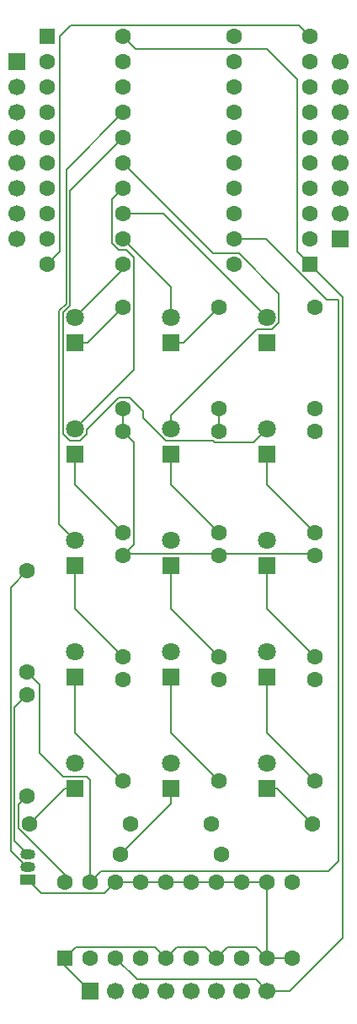
<source format=gbr>
%TF.GenerationSoftware,KiCad,Pcbnew,9.0.4-1.fc42*%
%TF.CreationDate,2025-09-21T18:40:38-04:00*%
%TF.ProjectId,DummyHat,44756d6d-7948-4617-942e-6b696361645f,rev?*%
%TF.SameCoordinates,Original*%
%TF.FileFunction,Copper,L2,Bot*%
%TF.FilePolarity,Positive*%
%FSLAX46Y46*%
G04 Gerber Fmt 4.6, Leading zero omitted, Abs format (unit mm)*
G04 Created by KiCad (PCBNEW 9.0.4-1.fc42) date 2025-09-21 18:40:38*
%MOMM*%
%LPD*%
G01*
G04 APERTURE LIST*
G04 Aperture macros list*
%AMRoundRect*
0 Rectangle with rounded corners*
0 $1 Rounding radius*
0 $2 $3 $4 $5 $6 $7 $8 $9 X,Y pos of 4 corners*
0 Add a 4 corners polygon primitive as box body*
4,1,4,$2,$3,$4,$5,$6,$7,$8,$9,$2,$3,0*
0 Add four circle primitives for the rounded corners*
1,1,$1+$1,$2,$3*
1,1,$1+$1,$4,$5*
1,1,$1+$1,$6,$7*
1,1,$1+$1,$8,$9*
0 Add four rect primitives between the rounded corners*
20,1,$1+$1,$2,$3,$4,$5,0*
20,1,$1+$1,$4,$5,$6,$7,0*
20,1,$1+$1,$6,$7,$8,$9,0*
20,1,$1+$1,$8,$9,$2,$3,0*%
G04 Aperture macros list end*
%TA.AperFunction,ComponentPad*%
%ADD10C,1.600000*%
%TD*%
%TA.AperFunction,ComponentPad*%
%ADD11R,1.800000X1.800000*%
%TD*%
%TA.AperFunction,ComponentPad*%
%ADD12C,1.800000*%
%TD*%
%TA.AperFunction,ComponentPad*%
%ADD13R,1.500000X1.050000*%
%TD*%
%TA.AperFunction,ComponentPad*%
%ADD14O,1.500000X1.050000*%
%TD*%
%TA.AperFunction,ComponentPad*%
%ADD15R,1.700000X1.700000*%
%TD*%
%TA.AperFunction,ComponentPad*%
%ADD16C,1.700000*%
%TD*%
%TA.AperFunction,ComponentPad*%
%ADD17RoundRect,0.250000X0.550000X0.550000X-0.550000X0.550000X-0.550000X-0.550000X0.550000X-0.550000X0*%
%TD*%
%TA.AperFunction,ComponentPad*%
%ADD18RoundRect,0.250000X-0.550000X-0.550000X0.550000X-0.550000X0.550000X0.550000X-0.550000X0.550000X0*%
%TD*%
%TA.AperFunction,ComponentPad*%
%ADD19RoundRect,0.250000X0.550000X-0.550000X0.550000X0.550000X-0.550000X0.550000X-0.550000X-0.550000X0*%
%TD*%
%TA.AperFunction,Conductor*%
%ADD20C,0.200000*%
%TD*%
G04 APERTURE END LIST*
D10*
%TO.P,R11,1*%
%TO.N,Net-(D11-K)*%
X73914000Y-129540000D03*
%TO.P,R11,2*%
%TO.N,GND*%
X73914000Y-119380000D03*
%TD*%
D11*
%TO.P,D7,1,K*%
%TO.N,Net-(D7-K)*%
X78740000Y-96774000D03*
D12*
%TO.P,D7,2,A*%
%TO.N,D2*%
X78740000Y-94234000D03*
%TD*%
D13*
%TO.P,Q1,1,E*%
%TO.N,GND*%
X54716000Y-139446000D03*
D14*
%TO.P,Q1,2,B*%
%TO.N,Net-(Q1-B)*%
X54716000Y-138176000D03*
%TO.P,Q1,3,C*%
%TO.N,RESP*%
X54716000Y-136906000D03*
%TD*%
D11*
%TO.P,D6,1,K*%
%TO.N,Net-(D6-K)*%
X59436000Y-107955000D03*
D12*
%TO.P,D6,2,A*%
%TO.N,D1*%
X59436000Y-105415000D03*
%TD*%
D10*
%TO.P,R10,1*%
%TO.N,Net-(D10-K)*%
X64262000Y-129540000D03*
%TO.P,R10,2*%
%TO.N,GND*%
X64262000Y-119380000D03*
%TD*%
%TO.P,R6,1*%
%TO.N,Net-(D2-K)*%
X73914000Y-82042000D03*
%TO.P,R6,2*%
%TO.N,GND*%
X73914000Y-92202000D03*
%TD*%
D15*
%TO.P,J3,1,Pin_1*%
%TO.N,Net-(J3-Pin_1)*%
X86106000Y-75184000D03*
D16*
%TO.P,J3,2,Pin_2*%
%TO.N,Net-(J3-Pin_2)*%
X86106000Y-72644000D03*
%TO.P,J3,3,Pin_3*%
%TO.N,Net-(J3-Pin_3)*%
X86106000Y-70104000D03*
%TO.P,J3,4,Pin_4*%
%TO.N,Net-(J3-Pin_4)*%
X86106000Y-67564000D03*
%TO.P,J3,5,Pin_5*%
%TO.N,Net-(J3-Pin_5)*%
X86106000Y-65024000D03*
%TO.P,J3,6,Pin_6*%
%TO.N,Net-(J3-Pin_6)*%
X86106000Y-62484000D03*
%TO.P,J3,7,Pin_7*%
%TO.N,Net-(J3-Pin_7)*%
X86106000Y-59944000D03*
%TO.P,J3,8,Pin_8*%
%TO.N,Net-(J3-Pin_8)*%
X86106000Y-57404000D03*
%TD*%
D10*
%TO.P,R1,1*%
%TO.N,+5V*%
X54610000Y-131064000D03*
%TO.P,R1,2*%
%TO.N,RESP*%
X54610000Y-120904000D03*
%TD*%
D11*
%TO.P,D3,1,K*%
%TO.N,Net-(D3-K)*%
X59436000Y-85598000D03*
D12*
%TO.P,D3,2,A*%
%TO.N,D7*%
X59436000Y-83058000D03*
%TD*%
D10*
%TO.P,R14,1*%
%TO.N,Net-(D14-K)*%
X64008000Y-136906000D03*
%TO.P,R14,2*%
%TO.N,GND*%
X74168000Y-136906000D03*
%TD*%
%TO.P,R7,1*%
%TO.N,Net-(D3-K)*%
X64262000Y-82042000D03*
%TO.P,R7,2*%
%TO.N,GND*%
X64262000Y-92202000D03*
%TD*%
D11*
%TO.P,D5,1,K*%
%TO.N,Net-(D5-K)*%
X78740000Y-107955000D03*
D12*
%TO.P,D5,2,A*%
%TO.N,D9*%
X78740000Y-105415000D03*
%TD*%
D17*
%TO.P,U3,1,A->B*%
%TO.N,+5V*%
X83058000Y-77724000D03*
D10*
%TO.P,U3,2,A0*%
%TO.N,Net-(J3-Pin_1)*%
X83058000Y-75184000D03*
%TO.P,U3,3,A1*%
%TO.N,Net-(J3-Pin_2)*%
X83058000Y-72644000D03*
%TO.P,U3,4,A2*%
%TO.N,Net-(J3-Pin_3)*%
X83058000Y-70104000D03*
%TO.P,U3,5,A3*%
%TO.N,Net-(J3-Pin_4)*%
X83058000Y-67564000D03*
%TO.P,U3,6,A4*%
%TO.N,Net-(J3-Pin_5)*%
X83058000Y-65024000D03*
%TO.P,U3,7,A5*%
%TO.N,Net-(J3-Pin_6)*%
X83058000Y-62484000D03*
%TO.P,U3,8,A6*%
%TO.N,Net-(J3-Pin_7)*%
X83058000Y-59944000D03*
%TO.P,U3,9,A7*%
%TO.N,Net-(J3-Pin_8)*%
X83058000Y-57404000D03*
%TO.P,U3,10,GND*%
%TO.N,GND*%
X83058000Y-54864000D03*
%TO.P,U3,11,B7*%
%TO.N,D15*%
X75438000Y-54864000D03*
%TO.P,U3,12,B6*%
%TO.N,D14*%
X75438000Y-57404000D03*
%TO.P,U3,13,B5*%
%TO.N,D13*%
X75438000Y-59944000D03*
%TO.P,U3,14,B4*%
%TO.N,D12*%
X75438000Y-62484000D03*
%TO.P,U3,15,B3*%
%TO.N,D11*%
X75438000Y-65024000D03*
%TO.P,U3,16,B2*%
%TO.N,D10*%
X75438000Y-67564000D03*
%TO.P,U3,17,B1*%
%TO.N,D9*%
X75438000Y-70104000D03*
%TO.P,U3,18,B0*%
%TO.N,D8*%
X75438000Y-72644000D03*
%TO.P,U3,19,CE*%
%TO.N,Net-(U1-P=R)*%
X75438000Y-75184000D03*
%TO.P,U3,20,VCC*%
%TO.N,+5V*%
X75438000Y-77724000D03*
%TD*%
%TO.P,R15,1*%
%TO.N,Net-(D15-K)*%
X83312000Y-133858000D03*
%TO.P,R15,2*%
%TO.N,GND*%
X73152000Y-133858000D03*
%TD*%
%TO.P,R9,1*%
%TO.N,Net-(D5-K)*%
X83566000Y-117094000D03*
%TO.P,R9,2*%
%TO.N,GND*%
X83566000Y-106934000D03*
%TD*%
%TO.P,R3,1*%
%TO.N,Net-(D8-K)*%
X73914000Y-104648000D03*
%TO.P,R3,2*%
%TO.N,GND*%
X73914000Y-94488000D03*
%TD*%
D11*
%TO.P,D8,1,K*%
%TO.N,Net-(D8-K)*%
X69088000Y-96774000D03*
D12*
%TO.P,D8,2,A*%
%TO.N,D3*%
X69088000Y-94234000D03*
%TD*%
D10*
%TO.P,R16,1*%
%TO.N,Net-(D6-K)*%
X64262000Y-117094000D03*
%TO.P,R16,2*%
%TO.N,GND*%
X64262000Y-106934000D03*
%TD*%
%TO.P,R4,1*%
%TO.N,Net-(D9-K)*%
X64262000Y-104653000D03*
%TO.P,R4,2*%
%TO.N,GND*%
X64262000Y-94493000D03*
%TD*%
%TO.P,R2,1*%
%TO.N,Net-(U1-P=R)*%
X54610000Y-118618000D03*
%TO.P,R2,2*%
%TO.N,Net-(Q1-B)*%
X54610000Y-108458000D03*
%TD*%
D11*
%TO.P,D10,1,K*%
%TO.N,Net-(D10-K)*%
X59436000Y-119126000D03*
D12*
%TO.P,D10,2,A*%
%TO.N,D10*%
X59436000Y-116586000D03*
%TD*%
D10*
%TO.P,R12,1*%
%TO.N,Net-(D12-K)*%
X83566000Y-129540000D03*
%TO.P,R12,2*%
%TO.N,GND*%
X83566000Y-119380000D03*
%TD*%
D11*
%TO.P,D12,1,K*%
%TO.N,Net-(D12-K)*%
X78740000Y-119126000D03*
D12*
%TO.P,D12,2,A*%
%TO.N,D12*%
X78740000Y-116586000D03*
%TD*%
D11*
%TO.P,D9,1,K*%
%TO.N,Net-(D9-K)*%
X59436000Y-96779000D03*
D12*
%TO.P,D9,2,A*%
%TO.N,D4*%
X59436000Y-94239000D03*
%TD*%
D10*
%TO.P,R17,1*%
%TO.N,Net-(D7-K)*%
X83566000Y-104648000D03*
%TO.P,R17,2*%
%TO.N,GND*%
X83566000Y-94488000D03*
%TD*%
D11*
%TO.P,D1,1,K*%
%TO.N,Net-(D1-K)*%
X78740000Y-85598000D03*
D12*
%TO.P,D1,2,A*%
%TO.N,D5*%
X78740000Y-83058000D03*
%TD*%
D11*
%TO.P,D11,1,K*%
%TO.N,Net-(D11-K)*%
X69088000Y-119126000D03*
D12*
%TO.P,D11,2,A*%
%TO.N,D11*%
X69088000Y-116586000D03*
%TD*%
D11*
%TO.P,D15,1,K*%
%TO.N,Net-(D15-K)*%
X78740000Y-130307000D03*
D12*
%TO.P,D15,2,A*%
%TO.N,D15*%
X78740000Y-127767000D03*
%TD*%
D11*
%TO.P,D4,1,K*%
%TO.N,Net-(D4-K)*%
X69088000Y-107955000D03*
D12*
%TO.P,D4,2,A*%
%TO.N,D8*%
X69088000Y-105415000D03*
%TD*%
D15*
%TO.P,J2,1,Pin_1*%
%TO.N,Net-(J2-Pin_1)*%
X53594000Y-57404000D03*
D16*
%TO.P,J2,2,Pin_2*%
%TO.N,Net-(J2-Pin_2)*%
X53594000Y-59944000D03*
%TO.P,J2,3,Pin_3*%
%TO.N,Net-(J2-Pin_3)*%
X53594000Y-62484000D03*
%TO.P,J2,4,Pin_4*%
%TO.N,Net-(J2-Pin_4)*%
X53594000Y-65024000D03*
%TO.P,J2,5,Pin_5*%
%TO.N,Net-(J2-Pin_5)*%
X53594000Y-67564000D03*
%TO.P,J2,6,Pin_6*%
%TO.N,Net-(J2-Pin_6)*%
X53594000Y-70104000D03*
%TO.P,J2,7,Pin_7*%
%TO.N,Net-(J2-Pin_7)*%
X53594000Y-72644000D03*
%TO.P,J2,8,Pin_8*%
%TO.N,Net-(J2-Pin_8)*%
X53594000Y-75184000D03*
%TD*%
D11*
%TO.P,D14,1,K*%
%TO.N,Net-(D14-K)*%
X69088000Y-130307000D03*
D12*
%TO.P,D14,2,A*%
%TO.N,D14*%
X69088000Y-127767000D03*
%TD*%
D11*
%TO.P,D2,1,K*%
%TO.N,Net-(D2-K)*%
X69088000Y-85598000D03*
D12*
%TO.P,D2,2,A*%
%TO.N,D6*%
X69088000Y-83058000D03*
%TD*%
D10*
%TO.P,R13,1*%
%TO.N,Net-(D13-K)*%
X54864000Y-133858000D03*
%TO.P,R13,2*%
%TO.N,GND*%
X65024000Y-133858000D03*
%TD*%
D15*
%TO.P,J1,1,Pin_1*%
%TO.N,GND*%
X60956987Y-150618987D03*
D16*
%TO.P,J1,2,Pin_2*%
%TO.N,I0*%
X63496987Y-150618987D03*
%TO.P,J1,3,Pin_3*%
%TO.N,I1*%
X66036987Y-150618987D03*
%TO.P,J1,4,Pin_4*%
%TO.N,I2*%
X68576987Y-150618987D03*
%TO.P,J1,5,Pin_5*%
%TO.N,I3*%
X71116987Y-150618987D03*
%TO.P,J1,6,Pin_6*%
%TO.N,I4*%
X73656987Y-150618987D03*
%TO.P,J1,7,Pin_7*%
%TO.N,RESP*%
X76196987Y-150618987D03*
%TO.P,J1,8,Pin_8*%
%TO.N,+5V*%
X78736987Y-150618987D03*
%TD*%
D10*
%TO.P,R8,1*%
%TO.N,Net-(D4-K)*%
X73914000Y-117094000D03*
%TO.P,R8,2*%
%TO.N,GND*%
X73914000Y-106934000D03*
%TD*%
D11*
%TO.P,D13,1,K*%
%TO.N,Net-(D13-K)*%
X59436000Y-130307000D03*
D12*
%TO.P,D13,2,A*%
%TO.N,D13*%
X59436000Y-127767000D03*
%TD*%
D18*
%TO.P,U2,1,A->B*%
%TO.N,+5V*%
X56642000Y-54864000D03*
D10*
%TO.P,U2,2,A0*%
%TO.N,Net-(J2-Pin_1)*%
X56642000Y-57404000D03*
%TO.P,U2,3,A1*%
%TO.N,Net-(J2-Pin_2)*%
X56642000Y-59944000D03*
%TO.P,U2,4,A2*%
%TO.N,Net-(J2-Pin_3)*%
X56642000Y-62484000D03*
%TO.P,U2,5,A3*%
%TO.N,Net-(J2-Pin_4)*%
X56642000Y-65024000D03*
%TO.P,U2,6,A4*%
%TO.N,Net-(J2-Pin_5)*%
X56642000Y-67564000D03*
%TO.P,U2,7,A5*%
%TO.N,Net-(J2-Pin_6)*%
X56642000Y-70104000D03*
%TO.P,U2,8,A6*%
%TO.N,Net-(J2-Pin_7)*%
X56642000Y-72644000D03*
%TO.P,U2,9,A7*%
%TO.N,Net-(J2-Pin_8)*%
X56642000Y-75184000D03*
%TO.P,U2,10,GND*%
%TO.N,GND*%
X56642000Y-77724000D03*
%TO.P,U2,11,B7*%
%TO.N,D7*%
X64262000Y-77724000D03*
%TO.P,U2,12,B6*%
%TO.N,D6*%
X64262000Y-75184000D03*
%TO.P,U2,13,B5*%
%TO.N,D5*%
X64262000Y-72644000D03*
%TO.P,U2,14,B4*%
%TO.N,D4*%
X64262000Y-70104000D03*
%TO.P,U2,15,B3*%
%TO.N,D3*%
X64262000Y-67564000D03*
%TO.P,U2,16,B2*%
%TO.N,D2*%
X64262000Y-65024000D03*
%TO.P,U2,17,B1*%
%TO.N,D1*%
X64262000Y-62484000D03*
%TO.P,U2,18,B0*%
%TO.N,D0*%
X64262000Y-59944000D03*
%TO.P,U2,19,CE*%
%TO.N,Net-(U1-P=R)*%
X64262000Y-57404000D03*
%TO.P,U2,20,VCC*%
%TO.N,+5V*%
X64262000Y-54864000D03*
%TD*%
%TO.P,R5,1*%
%TO.N,Net-(D1-K)*%
X83566000Y-82042000D03*
%TO.P,R5,2*%
%TO.N,GND*%
X83566000Y-92202000D03*
%TD*%
D19*
%TO.P,U1,1,G*%
%TO.N,GND*%
X58416987Y-147316987D03*
D10*
%TO.P,U1,2,P0*%
%TO.N,I0*%
X60956987Y-147316987D03*
%TO.P,U1,3,R0*%
%TO.N,+5V*%
X63496987Y-147316987D03*
%TO.P,U1,4,P1*%
%TO.N,I1*%
X66036987Y-147316987D03*
%TO.P,U1,5,R1*%
%TO.N,GND*%
X68576987Y-147316987D03*
%TO.P,U1,6,P2*%
%TO.N,I2*%
X71116987Y-147316987D03*
%TO.P,U1,7,R2*%
%TO.N,GND*%
X73656987Y-147316987D03*
%TO.P,U1,8,P3*%
%TO.N,I3*%
X76196987Y-147316987D03*
%TO.P,U1,9,R3*%
%TO.N,GND*%
X78736987Y-147316987D03*
%TO.P,U1,10,GND*%
X81276987Y-147316987D03*
%TO.P,U1,11,P4*%
%TO.N,I4*%
X81276987Y-139696987D03*
%TO.P,U1,12,R4*%
%TO.N,GND*%
X78736987Y-139696987D03*
%TO.P,U1,13,P5*%
X76196987Y-139696987D03*
%TO.P,U1,14,R5*%
X73656987Y-139696987D03*
%TO.P,U1,15,P6*%
X71116987Y-139696987D03*
%TO.P,U1,16,R6*%
X68576987Y-139696987D03*
%TO.P,U1,17,P7*%
X66036987Y-139696987D03*
%TO.P,U1,18,R7*%
X63496987Y-139696987D03*
%TO.P,U1,19,P=R*%
%TO.N,Net-(U1-P=R)*%
X60956987Y-139696987D03*
%TO.P,U1,20,VCC*%
%TO.N,+5V*%
X58416987Y-139696987D03*
%TD*%
D20*
%TO.N,+5V*%
X53763000Y-134314050D02*
X58416987Y-138968037D01*
X78740000Y-56134000D02*
X81788000Y-59182000D01*
X81788000Y-76454000D02*
X83058000Y-77724000D01*
X81029013Y-150618987D02*
X86360000Y-145288000D01*
X83058000Y-77724000D02*
X86360000Y-81026000D01*
X65647987Y-149467987D02*
X63496987Y-147316987D01*
X58416987Y-138968037D02*
X58416987Y-139696987D01*
X86360000Y-81026000D02*
X86360000Y-145288000D01*
X78736987Y-150618987D02*
X77585987Y-149467987D01*
X64262000Y-54864000D02*
X65532000Y-56134000D01*
X81788000Y-59182000D02*
X81788000Y-76454000D01*
X65532000Y-56134000D02*
X78740000Y-56134000D01*
X54610000Y-131064000D02*
X53763000Y-131911000D01*
X53763000Y-131911000D02*
X53763000Y-134314050D01*
X77585987Y-149467987D02*
X65647987Y-149467987D01*
X81026000Y-150618987D02*
X78736987Y-150618987D01*
X81026000Y-150618987D02*
X81029013Y-150618987D01*
%TO.N,Net-(D6-K)*%
X59436000Y-107955000D02*
X59436000Y-112268000D01*
X59436000Y-112268000D02*
X64262000Y-117094000D01*
%TO.N,D1*%
X57834000Y-82394429D02*
X57834000Y-103813000D01*
X58537529Y-68208471D02*
X58537529Y-81690900D01*
X57834000Y-103813000D02*
X59436000Y-105415000D01*
X64262000Y-62484000D02*
X58537529Y-68208471D01*
X58537529Y-81690900D02*
X57834000Y-82394429D01*
%TO.N,Net-(D7-K)*%
X78740000Y-96774000D02*
X78740000Y-99822000D01*
X78740000Y-99822000D02*
X83566000Y-104648000D01*
%TO.N,D2*%
X66294000Y-92456000D02*
X64939000Y-91101000D01*
X68590529Y-95435000D02*
X66294000Y-93138471D01*
X58938529Y-70347471D02*
X58938529Y-81857000D01*
X58235000Y-94736471D02*
X58938529Y-95440000D01*
X60637000Y-94269950D02*
X60637000Y-94736471D01*
X64939000Y-91101000D02*
X63805950Y-91101000D01*
X66294000Y-93138471D02*
X66294000Y-92456000D01*
X73303950Y-95435000D02*
X68590529Y-95435000D01*
X73303950Y-95435000D02*
X73457950Y-95589000D01*
X58235000Y-82560529D02*
X58235000Y-94736471D01*
X58938529Y-81857000D02*
X58235000Y-82560529D01*
X77385000Y-95589000D02*
X78740000Y-94234000D01*
X73457950Y-95589000D02*
X77385000Y-95589000D01*
X60637000Y-94736471D02*
X59933471Y-95440000D01*
X64262000Y-65024000D02*
X58938529Y-70347471D01*
X59933471Y-95440000D02*
X58938529Y-95440000D01*
X63805950Y-91101000D02*
X60637000Y-94269950D01*
%TO.N,Net-(D8-K)*%
X69088000Y-99822000D02*
X73914000Y-104648000D01*
X69088000Y-96774000D02*
X69088000Y-99822000D01*
%TO.N,D3*%
X64262000Y-67564000D02*
X73321000Y-76623000D01*
X75894050Y-76623000D02*
X79941000Y-80669950D01*
X69088000Y-92848000D02*
X69088000Y-94234000D01*
X79237471Y-84259000D02*
X77677000Y-84259000D01*
X73321000Y-76623000D02*
X75894050Y-76623000D01*
X79941000Y-80669950D02*
X79941000Y-83555471D01*
X79941000Y-83555471D02*
X79237471Y-84259000D01*
X77677000Y-84259000D02*
X69088000Y-92848000D01*
%TO.N,Net-(D9-K)*%
X59436000Y-96779000D02*
X59436000Y-99827000D01*
X59436000Y-99827000D02*
X64262000Y-104653000D01*
%TO.N,GND*%
X66036987Y-139696987D02*
X63496987Y-139696987D01*
X64262000Y-94493000D02*
X64262000Y-92202000D01*
X56067987Y-140797987D02*
X62395987Y-140797987D01*
X58416987Y-147316987D02*
X59517987Y-146215987D01*
X78736987Y-147316987D02*
X78736987Y-139696987D01*
X74757987Y-146215987D02*
X77635987Y-146215987D01*
X56642000Y-77724000D02*
X57912000Y-76454000D01*
X54716000Y-139446000D02*
X56067987Y-140797987D01*
X65363000Y-95594000D02*
X65363000Y-105833000D01*
X59013000Y-53763000D02*
X81957000Y-53763000D01*
X64262000Y-94493000D02*
X65363000Y-95594000D01*
X76196987Y-139696987D02*
X73656987Y-139696987D01*
X58416987Y-148078987D02*
X58416987Y-147316987D01*
X81957000Y-53763000D02*
X83058000Y-54864000D01*
X78736987Y-139696987D02*
X76196987Y-139696987D01*
X78736987Y-147316987D02*
X81276987Y-147316987D01*
X73914000Y-106934000D02*
X74094000Y-106754000D01*
X73734000Y-106754000D02*
X64442000Y-106754000D01*
X57912000Y-76454000D02*
X57912000Y-54864000D01*
X69677987Y-146215987D02*
X72555987Y-146215987D01*
X73656987Y-147316987D02*
X74757987Y-146215987D01*
X68576987Y-139696987D02*
X66036987Y-139696987D01*
X73914000Y-94488000D02*
X73914000Y-92202000D01*
X60956987Y-150618987D02*
X58416987Y-148078987D01*
X57912000Y-54864000D02*
X59013000Y-53763000D01*
X71116987Y-139696987D02*
X68576987Y-139696987D01*
X65363000Y-105833000D02*
X64262000Y-106934000D01*
X62395987Y-140797987D02*
X63496987Y-139696987D01*
X74094000Y-106754000D02*
X83386000Y-106754000D01*
X67475987Y-146215987D02*
X68576987Y-147316987D01*
X83386000Y-106754000D02*
X83566000Y-106934000D01*
X72555987Y-146215987D02*
X73656987Y-147316987D01*
X77635987Y-146215987D02*
X78736987Y-147316987D01*
X64442000Y-106754000D02*
X64262000Y-106934000D01*
X68576987Y-147316987D02*
X69677987Y-146215987D01*
X59517987Y-146215987D02*
X67475987Y-146215987D01*
X73656987Y-139696987D02*
X71116987Y-139696987D01*
X73914000Y-106934000D02*
X73734000Y-106754000D01*
%TO.N,Net-(U1-P=R)*%
X54610000Y-118618000D02*
X55880000Y-119888000D01*
X60956987Y-139696987D02*
X62057987Y-138595987D01*
X85955987Y-124610013D02*
X85959000Y-124607000D01*
X85959000Y-124607000D02*
X85959000Y-81280000D01*
X55880000Y-119888000D02*
X55880000Y-126751000D01*
X84917987Y-138595987D02*
X85955987Y-137557987D01*
X58235000Y-129106000D02*
X60637000Y-129106000D01*
X55880000Y-126751000D02*
X58235000Y-129106000D01*
X85955987Y-137557987D02*
X85955987Y-124610013D01*
X62057987Y-138595987D02*
X84917987Y-138595987D01*
X60637000Y-129106000D02*
X60956987Y-129425987D01*
X60956987Y-129425987D02*
X60956987Y-139696987D01*
X84727840Y-81280000D02*
X78631840Y-75184000D01*
X85959000Y-81280000D02*
X84727840Y-81280000D01*
X78631840Y-75184000D02*
X75438000Y-75184000D01*
%TO.N,D7*%
X64262000Y-78232000D02*
X59436000Y-83058000D01*
X64262000Y-77724000D02*
X64262000Y-78232000D01*
%TO.N,D4*%
X65363000Y-88312000D02*
X59436000Y-94239000D01*
X64262000Y-70104000D02*
X63161000Y-71205000D01*
X63805950Y-76285000D02*
X64601000Y-76285000D01*
X63161000Y-71205000D02*
X63161000Y-75640050D01*
X64601000Y-76285000D02*
X65363000Y-77047000D01*
X63161000Y-75640050D02*
X63805950Y-76285000D01*
X65363000Y-77047000D02*
X65363000Y-88312000D01*
%TO.N,D6*%
X64262000Y-75184000D02*
X69088000Y-80010000D01*
X69088000Y-80010000D02*
X69088000Y-83058000D01*
%TO.N,D5*%
X68326000Y-72644000D02*
X78740000Y-83058000D01*
X64262000Y-72644000D02*
X68326000Y-72644000D01*
%TO.N,Net-(D2-K)*%
X69088000Y-85598000D02*
X70358000Y-85598000D01*
X70358000Y-85598000D02*
X73914000Y-82042000D01*
%TO.N,Net-(D3-K)*%
X59436000Y-85598000D02*
X60706000Y-85598000D01*
X60706000Y-85598000D02*
X64262000Y-82042000D01*
%TO.N,Net-(D4-K)*%
X69088000Y-107955000D02*
X69088000Y-112268000D01*
X69088000Y-112268000D02*
X73914000Y-117094000D01*
%TO.N,Net-(D5-K)*%
X78740000Y-107955000D02*
X78740000Y-112268000D01*
X78740000Y-112268000D02*
X83566000Y-117094000D01*
%TO.N,Net-(D10-K)*%
X59436000Y-119126000D02*
X59436000Y-124714000D01*
X59436000Y-124714000D02*
X64262000Y-129540000D01*
%TO.N,Net-(D11-K)*%
X69088000Y-124714000D02*
X73914000Y-129540000D01*
X69088000Y-119126000D02*
X69088000Y-124714000D01*
%TO.N,Net-(D12-K)*%
X78740000Y-119126000D02*
X78740000Y-124714000D01*
X78740000Y-124714000D02*
X83566000Y-129540000D01*
%TO.N,Net-(D13-K)*%
X59436000Y-130307000D02*
X58415000Y-130307000D01*
X58415000Y-130307000D02*
X54864000Y-133858000D01*
%TO.N,Net-(D14-K)*%
X69088000Y-131826000D02*
X64008000Y-136906000D01*
X69088000Y-130307000D02*
X69088000Y-131826000D01*
%TO.N,Net-(D15-K)*%
X78740000Y-130307000D02*
X79761000Y-130307000D01*
X79761000Y-130307000D02*
X83312000Y-133858000D01*
%TO.N,RESP*%
X54610000Y-120904000D02*
X53362000Y-122152000D01*
X53362000Y-122152000D02*
X53362000Y-135552000D01*
X53362000Y-135552000D02*
X54716000Y-136906000D01*
%TO.N,Net-(Q1-B)*%
X54592860Y-138176000D02*
X52961000Y-136544140D01*
X54716000Y-138176000D02*
X54592860Y-138176000D01*
X52961000Y-136544140D02*
X52961000Y-110107000D01*
X52961000Y-110107000D02*
X54610000Y-108458000D01*
%TD*%
M02*

</source>
